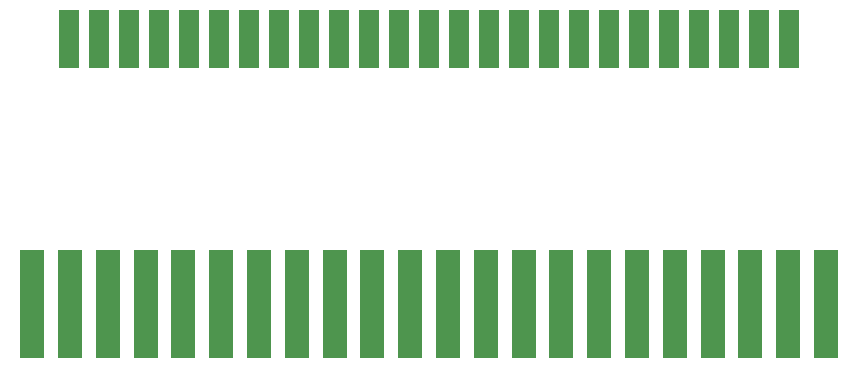
<source format=gbp>
G04 #@! TF.GenerationSoftware,KiCad,Pcbnew,(5.1.7)-1*
G04 #@! TF.CreationDate,2023-02-17T11:25:34-08:00*
G04 #@! TF.ProjectId,sms2mk3,736d7332-6d6b-4332-9e6b-696361645f70,rev?*
G04 #@! TF.SameCoordinates,Original*
G04 #@! TF.FileFunction,Paste,Bot*
G04 #@! TF.FilePolarity,Positive*
%FSLAX46Y46*%
G04 Gerber Fmt 4.6, Leading zero omitted, Abs format (unit mm)*
G04 Created by KiCad (PCBNEW (5.1.7)-1) date 2023-02-17 11:25:34*
%MOMM*%
%LPD*%
G01*
G04 APERTURE LIST*
%ADD10R,1.750000X5.000000*%
%ADD11R,2.000000X9.200000*%
G04 APERTURE END LIST*
D10*
X204735000Y-90180000D03*
X202195000Y-90180000D03*
X199655000Y-90180000D03*
X197115000Y-90180000D03*
X194575000Y-90180000D03*
X192035000Y-90180000D03*
X189495000Y-90180000D03*
X186955000Y-90180000D03*
X184415000Y-90180000D03*
X181875000Y-90180000D03*
X179335000Y-90180000D03*
X176795000Y-90180000D03*
X174255000Y-90180000D03*
X171715000Y-90180000D03*
X169175000Y-90180000D03*
X166635000Y-90180000D03*
X164095000Y-90180000D03*
X161555000Y-90180000D03*
X159015000Y-90180000D03*
X156475000Y-90180000D03*
X153935000Y-90180000D03*
X151395000Y-90180000D03*
X148855000Y-90180000D03*
X146315000Y-90180000D03*
X143775000Y-90180000D03*
D11*
X207850000Y-112650000D03*
X204650000Y-112650000D03*
X201450000Y-112650000D03*
X198250000Y-112650000D03*
X195050000Y-112650000D03*
X191850000Y-112650000D03*
X188650000Y-112650000D03*
X185450000Y-112650000D03*
X182250000Y-112650000D03*
X179050000Y-112650000D03*
X175850000Y-112650000D03*
X172650000Y-112650000D03*
X169450000Y-112650000D03*
X166250000Y-112650000D03*
X163050000Y-112650000D03*
X159850000Y-112650000D03*
X156650000Y-112650000D03*
X153450000Y-112650000D03*
X150250000Y-112650000D03*
X147050000Y-112650000D03*
X143850000Y-112650000D03*
X140650000Y-112650000D03*
M02*

</source>
